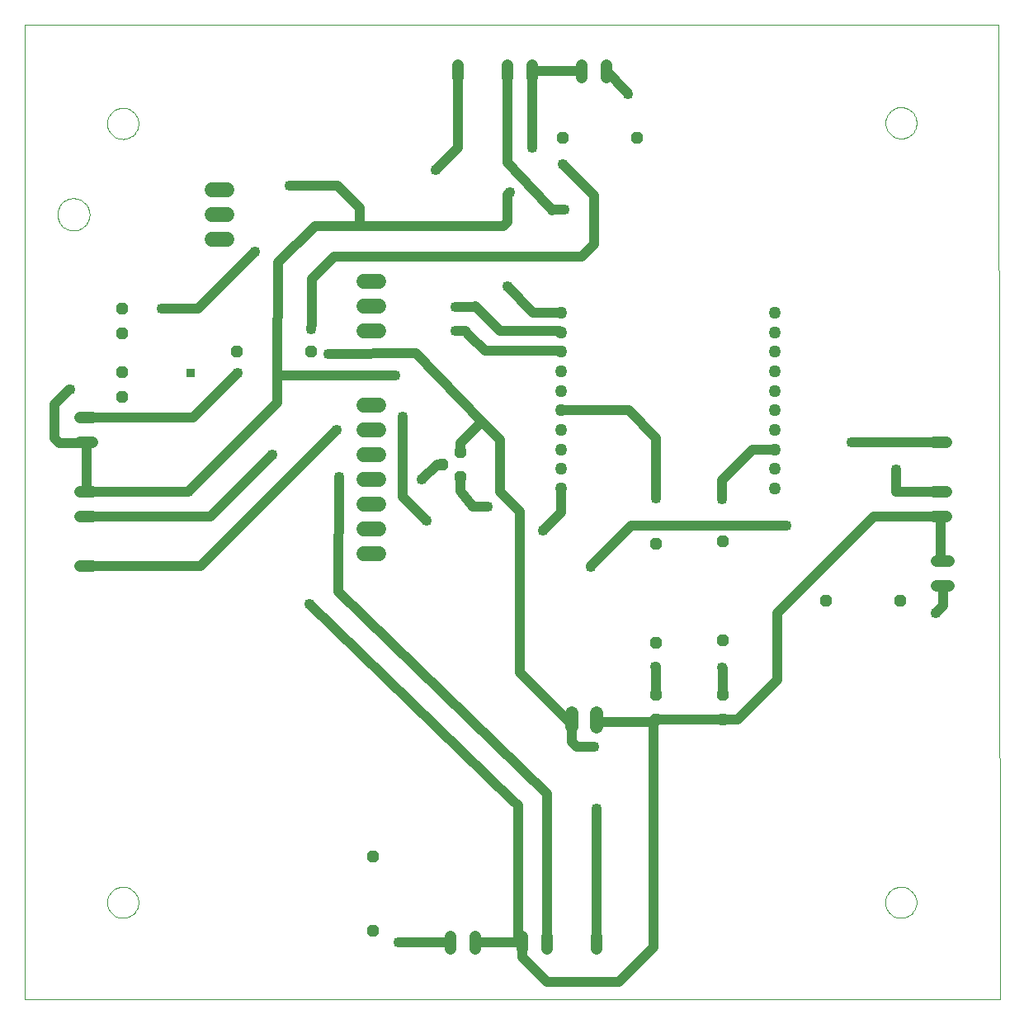
<source format=gbl>
G75*
%MOIN*%
%OFA0B0*%
%FSLAX24Y24*%
%IPPOS*%
%LPD*%
%AMOC8*
5,1,8,0,0,1.08239X$1,22.5*
%
%ADD10C,0.0000*%
%ADD11C,0.0480*%
%ADD12C,0.0540*%
%ADD13OC8,0.0480*%
%ADD14C,0.0600*%
%ADD15C,0.0500*%
%ADD16C,0.0400*%
%ADD17R,0.0356X0.0356*%
D10*
X000100Y000100D02*
X000100Y039496D01*
X039464Y039496D01*
X039503Y000100D01*
X000100Y000100D01*
X003445Y004029D02*
X003447Y004079D01*
X003453Y004129D01*
X003463Y004178D01*
X003477Y004226D01*
X003494Y004273D01*
X003515Y004318D01*
X003540Y004362D01*
X003568Y004403D01*
X003600Y004442D01*
X003634Y004479D01*
X003671Y004513D01*
X003711Y004543D01*
X003753Y004570D01*
X003797Y004594D01*
X003843Y004615D01*
X003890Y004631D01*
X003938Y004644D01*
X003988Y004653D01*
X004037Y004658D01*
X004088Y004659D01*
X004138Y004656D01*
X004187Y004649D01*
X004236Y004638D01*
X004284Y004623D01*
X004330Y004605D01*
X004375Y004583D01*
X004418Y004557D01*
X004459Y004528D01*
X004498Y004496D01*
X004534Y004461D01*
X004566Y004423D01*
X004596Y004383D01*
X004623Y004340D01*
X004646Y004296D01*
X004665Y004250D01*
X004681Y004202D01*
X004693Y004153D01*
X004701Y004104D01*
X004705Y004054D01*
X004705Y004004D01*
X004701Y003954D01*
X004693Y003905D01*
X004681Y003856D01*
X004665Y003808D01*
X004646Y003762D01*
X004623Y003718D01*
X004596Y003675D01*
X004566Y003635D01*
X004534Y003597D01*
X004498Y003562D01*
X004459Y003530D01*
X004418Y003501D01*
X004375Y003475D01*
X004330Y003453D01*
X004284Y003435D01*
X004236Y003420D01*
X004187Y003409D01*
X004138Y003402D01*
X004088Y003399D01*
X004037Y003400D01*
X003988Y003405D01*
X003938Y003414D01*
X003890Y003427D01*
X003843Y003443D01*
X003797Y003464D01*
X003753Y003488D01*
X003711Y003515D01*
X003671Y003545D01*
X003634Y003579D01*
X003600Y003616D01*
X003568Y003655D01*
X003540Y003696D01*
X003515Y003740D01*
X003494Y003785D01*
X003477Y003832D01*
X003463Y003880D01*
X003453Y003929D01*
X003447Y003979D01*
X003445Y004029D01*
X001435Y031818D02*
X001437Y031868D01*
X001443Y031918D01*
X001453Y031968D01*
X001466Y032016D01*
X001483Y032064D01*
X001504Y032110D01*
X001528Y032154D01*
X001556Y032196D01*
X001587Y032236D01*
X001621Y032273D01*
X001658Y032308D01*
X001697Y032339D01*
X001738Y032368D01*
X001782Y032393D01*
X001828Y032415D01*
X001875Y032433D01*
X001923Y032447D01*
X001972Y032458D01*
X002022Y032465D01*
X002072Y032468D01*
X002123Y032467D01*
X002173Y032462D01*
X002223Y032453D01*
X002271Y032441D01*
X002319Y032424D01*
X002365Y032404D01*
X002410Y032381D01*
X002453Y032354D01*
X002493Y032324D01*
X002531Y032291D01*
X002566Y032255D01*
X002599Y032216D01*
X002628Y032175D01*
X002654Y032132D01*
X002677Y032087D01*
X002696Y032040D01*
X002711Y031992D01*
X002723Y031943D01*
X002731Y031893D01*
X002735Y031843D01*
X002735Y031793D01*
X002731Y031743D01*
X002723Y031693D01*
X002711Y031644D01*
X002696Y031596D01*
X002677Y031549D01*
X002654Y031504D01*
X002628Y031461D01*
X002599Y031420D01*
X002566Y031381D01*
X002531Y031345D01*
X002493Y031312D01*
X002453Y031282D01*
X002410Y031255D01*
X002365Y031232D01*
X002319Y031212D01*
X002271Y031195D01*
X002223Y031183D01*
X002173Y031174D01*
X002123Y031169D01*
X002072Y031168D01*
X002022Y031171D01*
X001972Y031178D01*
X001923Y031189D01*
X001875Y031203D01*
X001828Y031221D01*
X001782Y031243D01*
X001738Y031268D01*
X001697Y031297D01*
X001658Y031328D01*
X001621Y031363D01*
X001587Y031400D01*
X001556Y031440D01*
X001528Y031482D01*
X001504Y031526D01*
X001483Y031572D01*
X001466Y031620D01*
X001453Y031668D01*
X001443Y031718D01*
X001437Y031768D01*
X001435Y031818D01*
X003446Y035494D02*
X003448Y035544D01*
X003454Y035594D01*
X003464Y035643D01*
X003478Y035691D01*
X003495Y035738D01*
X003516Y035783D01*
X003541Y035827D01*
X003569Y035868D01*
X003601Y035907D01*
X003635Y035944D01*
X003672Y035978D01*
X003712Y036008D01*
X003754Y036035D01*
X003798Y036059D01*
X003844Y036080D01*
X003891Y036096D01*
X003939Y036109D01*
X003989Y036118D01*
X004038Y036123D01*
X004089Y036124D01*
X004139Y036121D01*
X004188Y036114D01*
X004237Y036103D01*
X004285Y036088D01*
X004331Y036070D01*
X004376Y036048D01*
X004419Y036022D01*
X004460Y035993D01*
X004499Y035961D01*
X004535Y035926D01*
X004567Y035888D01*
X004597Y035848D01*
X004624Y035805D01*
X004647Y035761D01*
X004666Y035715D01*
X004682Y035667D01*
X004694Y035618D01*
X004702Y035569D01*
X004706Y035519D01*
X004706Y035469D01*
X004702Y035419D01*
X004694Y035370D01*
X004682Y035321D01*
X004666Y035273D01*
X004647Y035227D01*
X004624Y035183D01*
X004597Y035140D01*
X004567Y035100D01*
X004535Y035062D01*
X004499Y035027D01*
X004460Y034995D01*
X004419Y034966D01*
X004376Y034940D01*
X004331Y034918D01*
X004285Y034900D01*
X004237Y034885D01*
X004188Y034874D01*
X004139Y034867D01*
X004089Y034864D01*
X004038Y034865D01*
X003989Y034870D01*
X003939Y034879D01*
X003891Y034892D01*
X003844Y034908D01*
X003798Y034929D01*
X003754Y034953D01*
X003712Y034980D01*
X003672Y035010D01*
X003635Y035044D01*
X003601Y035081D01*
X003569Y035120D01*
X003541Y035161D01*
X003516Y035205D01*
X003495Y035250D01*
X003478Y035297D01*
X003464Y035345D01*
X003454Y035394D01*
X003448Y035444D01*
X003446Y035494D01*
X034883Y035517D02*
X034885Y035567D01*
X034891Y035617D01*
X034901Y035666D01*
X034915Y035714D01*
X034932Y035761D01*
X034953Y035806D01*
X034978Y035850D01*
X035006Y035891D01*
X035038Y035930D01*
X035072Y035967D01*
X035109Y036001D01*
X035149Y036031D01*
X035191Y036058D01*
X035235Y036082D01*
X035281Y036103D01*
X035328Y036119D01*
X035376Y036132D01*
X035426Y036141D01*
X035475Y036146D01*
X035526Y036147D01*
X035576Y036144D01*
X035625Y036137D01*
X035674Y036126D01*
X035722Y036111D01*
X035768Y036093D01*
X035813Y036071D01*
X035856Y036045D01*
X035897Y036016D01*
X035936Y035984D01*
X035972Y035949D01*
X036004Y035911D01*
X036034Y035871D01*
X036061Y035828D01*
X036084Y035784D01*
X036103Y035738D01*
X036119Y035690D01*
X036131Y035641D01*
X036139Y035592D01*
X036143Y035542D01*
X036143Y035492D01*
X036139Y035442D01*
X036131Y035393D01*
X036119Y035344D01*
X036103Y035296D01*
X036084Y035250D01*
X036061Y035206D01*
X036034Y035163D01*
X036004Y035123D01*
X035972Y035085D01*
X035936Y035050D01*
X035897Y035018D01*
X035856Y034989D01*
X035813Y034963D01*
X035768Y034941D01*
X035722Y034923D01*
X035674Y034908D01*
X035625Y034897D01*
X035576Y034890D01*
X035526Y034887D01*
X035475Y034888D01*
X035426Y034893D01*
X035376Y034902D01*
X035328Y034915D01*
X035281Y034931D01*
X035235Y034952D01*
X035191Y034976D01*
X035149Y035003D01*
X035109Y035033D01*
X035072Y035067D01*
X035038Y035104D01*
X035006Y035143D01*
X034978Y035184D01*
X034953Y035228D01*
X034932Y035273D01*
X034915Y035320D01*
X034901Y035368D01*
X034891Y035417D01*
X034885Y035467D01*
X034883Y035517D01*
X034876Y004029D02*
X034878Y004079D01*
X034884Y004129D01*
X034894Y004178D01*
X034908Y004226D01*
X034925Y004273D01*
X034946Y004318D01*
X034971Y004362D01*
X034999Y004403D01*
X035031Y004442D01*
X035065Y004479D01*
X035102Y004513D01*
X035142Y004543D01*
X035184Y004570D01*
X035228Y004594D01*
X035274Y004615D01*
X035321Y004631D01*
X035369Y004644D01*
X035419Y004653D01*
X035468Y004658D01*
X035519Y004659D01*
X035569Y004656D01*
X035618Y004649D01*
X035667Y004638D01*
X035715Y004623D01*
X035761Y004605D01*
X035806Y004583D01*
X035849Y004557D01*
X035890Y004528D01*
X035929Y004496D01*
X035965Y004461D01*
X035997Y004423D01*
X036027Y004383D01*
X036054Y004340D01*
X036077Y004296D01*
X036096Y004250D01*
X036112Y004202D01*
X036124Y004153D01*
X036132Y004104D01*
X036136Y004054D01*
X036136Y004004D01*
X036132Y003954D01*
X036124Y003905D01*
X036112Y003856D01*
X036096Y003808D01*
X036077Y003762D01*
X036054Y003718D01*
X036027Y003675D01*
X035997Y003635D01*
X035965Y003597D01*
X035929Y003562D01*
X035890Y003530D01*
X035849Y003501D01*
X035806Y003475D01*
X035761Y003453D01*
X035715Y003435D01*
X035667Y003420D01*
X035618Y003409D01*
X035569Y003402D01*
X035519Y003399D01*
X035468Y003400D01*
X035419Y003405D01*
X035369Y003414D01*
X035321Y003427D01*
X035274Y003443D01*
X035228Y003464D01*
X035184Y003488D01*
X035142Y003515D01*
X035102Y003545D01*
X035065Y003579D01*
X035031Y003616D01*
X034999Y003655D01*
X034971Y003696D01*
X034946Y003740D01*
X034925Y003785D01*
X034908Y003832D01*
X034894Y003880D01*
X034884Y003929D01*
X034878Y003979D01*
X034876Y004029D01*
D11*
X023200Y002640D02*
X023200Y002160D01*
X021200Y002160D02*
X021200Y002640D01*
X020200Y002640D02*
X020200Y002160D01*
X018300Y002160D02*
X018300Y002640D01*
X017300Y002640D02*
X017300Y002160D01*
X002840Y017600D02*
X002360Y017600D01*
X002360Y019600D02*
X002840Y019600D01*
X002840Y020600D02*
X002360Y020600D01*
X002360Y022600D02*
X002840Y022600D01*
X002840Y023600D02*
X002360Y023600D01*
X017600Y037360D02*
X017600Y037840D01*
X019600Y037840D02*
X019600Y037360D01*
X020600Y037360D02*
X020600Y037840D01*
X022600Y037840D02*
X022600Y037360D01*
X023600Y037360D02*
X023600Y037840D01*
X036860Y022600D02*
X037340Y022600D01*
X037340Y020600D02*
X036860Y020600D01*
X036860Y019600D02*
X037340Y019600D01*
X037440Y017800D02*
X036960Y017800D01*
X036960Y016800D02*
X037440Y016800D01*
D12*
X023200Y011670D02*
X023200Y011130D01*
X022200Y011130D02*
X022200Y011670D01*
D13*
X025600Y011400D03*
X025600Y012400D03*
X025600Y014500D03*
X028300Y014600D03*
X028300Y012400D03*
X028300Y011400D03*
X032493Y016230D03*
X035493Y016230D03*
X028300Y018600D03*
X025600Y018500D03*
X017730Y021220D03*
X016980Y021720D03*
X017730Y022220D03*
X011698Y026295D03*
X008698Y026295D03*
X004033Y027031D03*
X004033Y028031D03*
X004033Y025464D03*
X004033Y024464D03*
X021853Y034919D03*
X024853Y034919D03*
X014171Y005872D03*
X014171Y002872D03*
D14*
X014400Y018100D02*
X013800Y018100D01*
X013800Y019100D02*
X014400Y019100D01*
X014400Y020100D02*
X013800Y020100D01*
X013800Y021100D02*
X014400Y021100D01*
X014400Y022100D02*
X013800Y022100D01*
X013800Y023100D02*
X014400Y023100D01*
X014400Y024100D02*
X013800Y024100D01*
X013800Y027100D02*
X014400Y027100D01*
X014400Y028100D02*
X013800Y028100D01*
X013800Y029100D02*
X014400Y029100D01*
X008285Y030818D02*
X007685Y030818D01*
X007685Y031818D02*
X008285Y031818D01*
X008285Y032818D02*
X007685Y032818D01*
D15*
X021769Y027843D03*
X021769Y027056D03*
X021769Y026269D03*
X021769Y025481D03*
X021769Y024694D03*
X021769Y023906D03*
X021769Y023119D03*
X021769Y022331D03*
X021769Y021544D03*
X021769Y020757D03*
X030431Y020757D03*
X030431Y021544D03*
X030431Y022331D03*
X030431Y023119D03*
X030431Y023906D03*
X030431Y024694D03*
X030431Y025481D03*
X030431Y026269D03*
X030431Y027056D03*
X030431Y027843D03*
D16*
X033500Y022600D02*
X037100Y022600D01*
X035300Y021500D02*
X035300Y020600D01*
X037100Y020600D01*
X037100Y019600D02*
X034400Y019600D01*
X030500Y015700D01*
X030500Y013000D01*
X028900Y011400D01*
X028300Y011400D01*
X025600Y011400D01*
X025500Y011300D01*
X023300Y011300D01*
X023200Y011400D01*
X022200Y011400D02*
X022200Y011200D01*
X020100Y013300D01*
X020100Y019800D01*
X019300Y020600D01*
X019300Y022700D01*
X018588Y023433D01*
X017730Y022576D01*
X017730Y022220D01*
X016980Y021720D02*
X016770Y021720D01*
X016150Y021100D01*
X015380Y020400D02*
X016340Y019440D01*
X015380Y020400D02*
X015380Y023663D01*
X015080Y025330D02*
X010340Y025330D01*
X010308Y025361D01*
X010300Y024200D01*
X006700Y020600D01*
X002600Y020600D01*
X002600Y022600D01*
X002580Y022580D01*
X001517Y022580D01*
X001320Y022777D01*
X001320Y024155D01*
X001911Y024746D01*
X001948Y024746D01*
X002600Y023600D02*
X006900Y023600D01*
X008700Y025400D01*
X010308Y025361D02*
X010340Y029870D01*
X011850Y031340D01*
X011960Y031360D01*
X013532Y031360D01*
X013632Y031460D01*
X013632Y032097D01*
X012732Y032997D01*
X010799Y032997D01*
X009400Y030300D02*
X008846Y029746D01*
X007131Y028031D01*
X005633Y028031D01*
X008840Y029746D02*
X008846Y029746D01*
X011700Y029200D02*
X011700Y027428D01*
X011698Y027184D01*
X012389Y026180D02*
X015900Y026200D01*
X018588Y023433D01*
X017730Y021220D02*
X017730Y020670D01*
X017730Y020637D01*
X018200Y020000D01*
X018800Y020000D01*
X021060Y019060D02*
X021769Y019769D01*
X021769Y020757D01*
X021776Y023900D02*
X021769Y023906D01*
X021776Y023900D02*
X024500Y023900D01*
X025612Y022788D01*
X025612Y020344D01*
X024612Y019254D02*
X030872Y019254D01*
X030876Y019257D01*
X028281Y020317D02*
X028281Y021081D01*
X029500Y022300D01*
X030399Y022300D01*
X030431Y022331D01*
X024612Y019254D02*
X022970Y017612D01*
X022970Y017570D01*
X025596Y013553D02*
X025600Y013549D01*
X025600Y012400D01*
X025500Y011300D02*
X025500Y002200D01*
X024100Y000800D01*
X021200Y000800D01*
X020200Y001800D01*
X020200Y002400D01*
X020040Y002560D01*
X020040Y007940D01*
X019830Y008150D01*
X019830Y008160D01*
X011600Y016090D01*
X012790Y016590D02*
X012800Y021200D01*
X012700Y023100D02*
X007200Y017600D01*
X002600Y017600D01*
X002600Y019600D02*
X007600Y019600D01*
X010100Y022100D01*
X012790Y016590D02*
X021200Y008400D01*
X021200Y002400D01*
X020200Y002400D02*
X018300Y002400D01*
X017300Y002400D02*
X016270Y002400D01*
X016214Y002399D01*
X015218Y002399D01*
X023200Y002400D02*
X023200Y007800D01*
X023100Y010300D02*
X022400Y010300D01*
X022200Y010500D01*
X022200Y011200D01*
X028300Y012400D02*
X028300Y013498D01*
X028289Y013509D01*
X036900Y015700D02*
X037200Y016000D01*
X037200Y016800D01*
X037200Y017800D02*
X037100Y017900D01*
X037100Y019600D01*
X023100Y030600D02*
X023100Y032588D01*
X021852Y033836D01*
X020600Y034500D02*
X020600Y037600D01*
X022600Y037600D01*
X023600Y037600D02*
X024439Y036761D01*
X024494Y036694D01*
X021200Y032200D02*
X021400Y032000D01*
X021900Y032000D01*
X021410Y031990D02*
X021400Y032000D01*
X021200Y032200D02*
X019600Y033900D01*
X019600Y037600D01*
X017600Y037600D02*
X017600Y034500D01*
X016700Y033600D01*
X019600Y032600D02*
X019600Y031500D01*
X019460Y031360D01*
X013532Y031360D01*
X012600Y030100D02*
X022600Y030100D01*
X023100Y030600D01*
X021769Y027843D02*
X020657Y027843D01*
X019600Y028900D01*
X018300Y028100D02*
X018292Y028092D01*
X017502Y028092D01*
X018300Y028100D02*
X019300Y027100D01*
X021725Y027100D01*
X021769Y027056D01*
X021738Y026300D02*
X021769Y026269D01*
X021738Y026300D02*
X018700Y026300D01*
X018051Y026949D01*
X017900Y027100D01*
X017892Y027108D01*
X017502Y027108D01*
X012600Y030100D02*
X011700Y029200D01*
X019600Y032600D02*
X019700Y032700D01*
D17*
X019700Y032700D03*
X020600Y034500D03*
X021852Y033836D03*
X021900Y032000D03*
X019600Y028900D03*
X017502Y028092D03*
X017502Y027108D03*
X015080Y025330D03*
X015380Y023663D03*
X016150Y021100D03*
X016340Y019440D03*
X018800Y020000D03*
X021060Y019060D03*
X022970Y017570D03*
X025612Y020344D03*
X028281Y020317D03*
X030876Y019257D03*
X033500Y022600D03*
X035300Y021500D03*
X036900Y015700D03*
X028289Y013509D03*
X025596Y013553D03*
X023100Y010300D03*
X023200Y007800D03*
X015218Y002399D03*
X011600Y016090D03*
X012800Y021200D03*
X012700Y023100D03*
X010100Y022100D03*
X008700Y025400D03*
X006800Y025400D03*
X005633Y028031D03*
X009400Y030300D03*
X010799Y032997D03*
X011698Y027184D03*
X012389Y026180D03*
X006700Y020600D03*
X001948Y024746D03*
X016700Y033600D03*
X024494Y036694D03*
M02*

</source>
